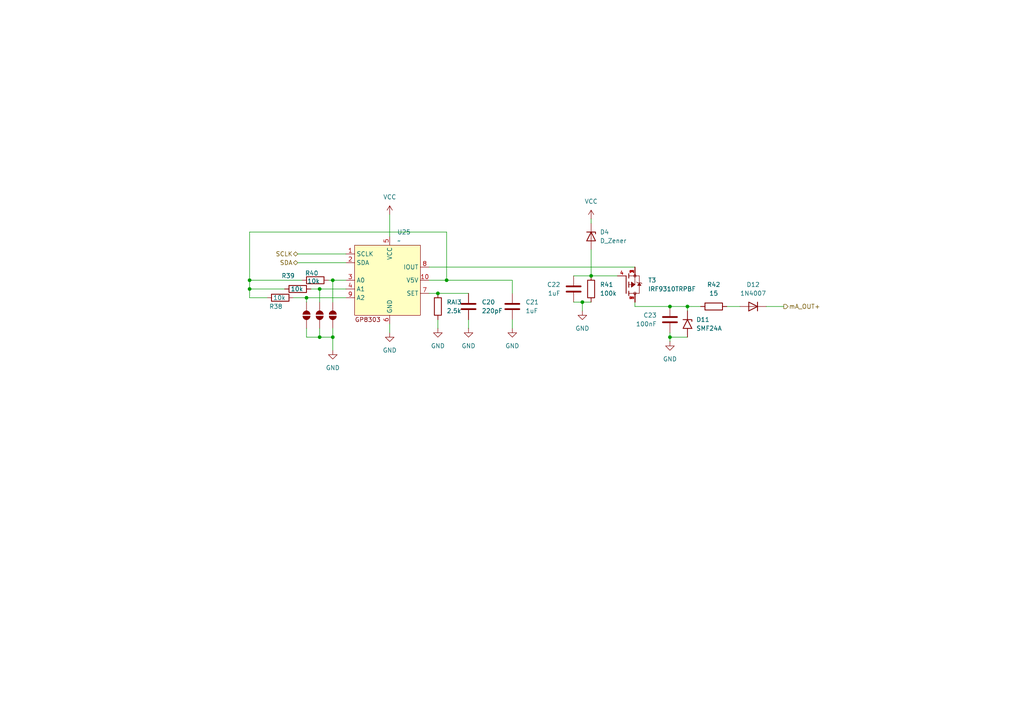
<source format=kicad_sch>
(kicad_sch (version 20250114) (generator "eeschema") (generator_version "9.0")
  (paper "A4")
  (lib_symbols
    (symbol "Device:C" (pin_numbers (hide yes)) (pin_names (offset 0.254))
      (property "Reference" "C" (at 0.635 2.54 0))
      (property "Value" "C" (at 0.635 -2.54 0))
      (symbol "C_0_1"
        (polyline (pts (xy -2.032 0.762) (xy 2.032 0.762)) (stroke (width 0.508)))
        (polyline (pts (xy -2.032 -0.762) (xy 2.032 -0.762)) (stroke (width 0.508)))
      )
      (symbol "C_1_1"
        (pin passive line (at 0 3.81 270) (length 2.794) (name "~") (number "1"))
        (pin passive line (at 0 -3.81 90) (length 2.794) (name "~") (number "2"))
      )
    )
    (symbol "Device:D_Zener" (pin_numbers (hide yes)) (pin_names (offset 1.016) (hide yes))
      (property "Reference" "D" (at 0 2.54 0))
      (property "Value" "D_Zener" (at 0 -2.54 0))
      (symbol "D_Zener_0_1"
        (polyline (pts (xy -1.27 -1.27) (xy -1.27 1.27) (xy -0.762 1.27)) (stroke (width 0.254)))
        (polyline (pts (xy 1.27 0) (xy -1.27 0)))
        (polyline (pts (xy 1.27 -1.27) (xy 1.27 1.27) (xy -1.27 0) (xy 1.27 -1.27)) (stroke (width 0.254)))
      )
      (symbol "D_Zener_1_1"
        (pin passive line (at -3.81 0 0) (length 2.54) (name "K") (number "1"))
        (pin passive line (at 3.81 0 180) (length 2.54) (name "A") (number "2"))
      )
    )
    (symbol "Device:R" (pin_numbers (hide yes)) (pin_names (offset 0))
      (property "Reference" "R" (at 2.032 0 90))
      (property "Value" "R" (at 0 0 90))
      (symbol "R_0_1"
        (rectangle (start -1.016 -2.54) (end 1.016 2.54) (stroke (width 0.254)))
      )
      (symbol "R_1_1"
        (pin passive line (at 0 3.81 270) (length 1.27) (name "~") (number "1"))
        (pin passive line (at 0 -3.81 90) (length 1.27) (name "~") (number "2"))
      )
    )
    (symbol "Diode:1N4007" (pin_numbers (hide yes)) (pin_names (hide yes))
      (property "Reference" "D" (at 0 2.54 0))
      (property "Value" "1N4007" (at 0 -2.54 0))
      (symbol "1N4007_0_1"
        (polyline (pts (xy -1.27 1.27) (xy -1.27 -1.27)) (stroke (width 0.254)))
        (polyline (pts (xy 1.27 1.27) (xy 1.27 -1.27) (xy -1.27 0) (xy 1.27 1.27)) (stroke (width 0.254)))
        (polyline (pts (xy 1.27 0) (xy -1.27 0)))
      )
      (symbol "1N4007_1_1"
        (pin passive line (at -3.81 0 0) (length 2.54) (name "K") (number "1"))
        (pin passive line (at 3.81 0 180) (length 2.54) (name "A") (number "2"))
      )
    )
    (symbol "Diode:SMF24A" (pin_numbers (hide yes)) (pin_names (offset 1.016) (hide yes))
      (property "Reference" "D" (at 0 2.54 0))
      (property "Value" "SMF24A" (at 0 -2.54 0))
      (symbol "SMF24A_0_1"
        (polyline (pts (xy -0.762 1.27) (xy -1.27 1.27) (xy -1.27 -1.27)) (stroke (width 0.254)))
        (polyline (pts (xy 1.27 1.27) (xy 1.27 -1.27) (xy -1.27 0) (xy 1.27 1.27)) (stroke (width 0.254)))
      )
      (symbol "SMF24A_1_1"
        (pin passive line (at -3.81 0 0) (length 2.54) (name "A1") (number "1"))
        (pin passive line (at 3.81 0 180) (length 2.54) (name "A2") (number "2"))
      )
    )
    (symbol "Jumper:SolderJumper_2_Open" (pin_numbers (hide yes)) (pin_names (offset 0) (hide yes)) (in_bom no)
      (property "Reference" "JP" (at 0 2.032 0))
      (property "Value" "SolderJumper_2_Open" (at 0 -2.54 0))
      (symbol "SolderJumper_2_Open_0_1"
        (polyline (pts (xy -0.254 1.016) (xy -0.254 -1.016)))
        (arc (start -0.254 -1.016) (mid -1.2656 0) (end -0.254 1.016))
        (arc (start -0.254 -1.016) (mid -1.2656 0) (end -0.254 1.016) (fill (type outline)))
        (arc (start 0.254 1.016) (mid 1.2656 0) (end 0.254 -1.016))
        (arc (start 0.254 1.016) (mid 1.2656 0) (end 0.254 -1.016) (fill (type outline)))
        (polyline (pts (xy 0.254 1.016) (xy 0.254 -1.016)))
      )
      (symbol "SolderJumper_2_Open_1_1"
        (pin passive line (at -3.81 0 0) (length 2.54) (name "A") (number "1"))
        (pin passive line (at 3.81 0 180) (length 2.54) (name "B") (number "2"))
      )
    )
    (symbol "Riqi_Parts:GP8303"
      (property "Reference" "U" (at 0 0 0))
      (symbol "GP8303_1_1"
        (rectangle (start -1.27 -1.27) (end 17.78 -21.59) (fill (type background)))
        (text "GP8303" (at 2.54 -22.86 0) (effects (font (size 1.27 1.27))))
        (pin input line (at -3.81 -3.81 0) (length 2.54) (name "SCLK") (number "1"))
        (pin input line (at -3.81 -6.35 0) (length 2.54) (name "SDA") (number "2"))
        (pin input line (at -3.81 -11.43 0) (length 2.54) (name "A0") (number "3"))
        (pin input line (at -3.81 -13.97 0) (length 2.54) (name "A1") (number "4"))
        (pin input line (at -3.81 -16.51 0) (length 2.54) (name "A2") (number "9"))
        (pin input line (at 8.89 1.27 270) (length 2.54) (name "VCC") (number "5"))
        (pin input line (at 8.89 -24.13 90) (length 2.54) (name "GND") (number "6"))
        (pin output line (at 20.32 -7.62 180) (length 2.54) (name "IOUT") (number "8"))
        (pin output line (at 20.32 -11.43 180) (length 2.54) (name "V5V") (number "10"))
        (pin output line (at 20.32 -15.24 180) (length 2.54) (name "SET") (number "7"))
      )
    )
    (symbol "Riqi_Parts:IRF9310TRPBF" (pin_names (offset 1.016))
      (property "Reference" "T" (at -6.35 -1.27 0))
      (property "Value" "IRF9310TRPBF" (at -6.35 -3.81 0))
      (symbol "IRF9310TRPBF_0_0"
        (polyline (pts (xy 0 -2.54) (xy 0 2.54)) (stroke (width 0.254)))
        (polyline (pts (xy 0.762 2.54) (xy 0.762 3.175)) (stroke (width 0.254)))
        (polyline (pts (xy 0.762 1.905) (xy 0.762 2.54)) (stroke (width 0.254)))
        (polyline (pts (xy 0.762 0) (xy 0.762 0.762)) (stroke (width 0.254)))
        (polyline (pts (xy 0.762 0) (xy 2.54 0)) (stroke (width 0.1524)))
        (polyline (pts (xy 0.762 -0.762) (xy 0.762 0)) (stroke (width 0.254)))
        (polyline (pts (xy 0.762 -2.54) (xy 0.762 -1.905)) (stroke (width 0.254)))
        (polyline (pts (xy 0.762 -2.54) (xy 3.81 -2.54)) (stroke (width 0.1524)))
        (polyline (pts (xy 0.762 -3.175) (xy 0.762 -2.54)) (stroke (width 0.254)))
        (polyline (pts (xy 2.54 2.54) (xy 0.762 2.54)) (stroke (width 0.1524)))
        (polyline (pts (xy 2.54 2.54) (xy 3.81 2.54)) (stroke (width 0.1524)))
        (circle (center 2.54 2.54) (radius 0.3592))
        (polyline (pts (xy 2.54 0) (xy 2.54 2.54)) (stroke (width 0.1524)))
        (polyline (pts (xy 2.54 0) (xy 1.524 0.762) (xy 1.524 -0.762) (xy 2.54 0)) (stroke (width 0.1524)) (fill (type outline)))
        (circle (center 2.54 -2.54) (radius 0.3592))
        (polyline (pts (xy 3.048 0.762) (xy 3.302 0.508)) (stroke (width 0.1524)))
        (polyline (pts (xy 3.302 0.508) (xy 3.81 0.508)) (stroke (width 0.1524)))
        (polyline (pts (xy 3.81 0.508) (xy 3.81 2.54)) (stroke (width 0.1524)))
        (polyline (pts (xy 3.81 0.508) (xy 4.318 0.508)) (stroke (width 0.1524)))
        (polyline (pts (xy 3.81 0.508) (xy 4.318 -0.254) (xy 3.302 -0.254) (xy 3.81 0.508)) (stroke (width 0.1524)) (fill (type outline)))
        (polyline (pts (xy 3.81 -2.54) (xy 3.81 0.508)) (stroke (width 0.1524)))
        (polyline (pts (xy 4.318 0.508) (xy 4.572 0.254)) (stroke (width 0.1524)))
        (pin passive line (at -2.54 2.54 0) (length 2.54) (name "~") (number "4"))
        (pin passive line (at 2.54 5.08 270) (length 2.54) (name "~") (number "1"))
        (pin passive line (at 2.54 5.08 270) (length 2.54) (name "~") (number "2"))
        (pin passive line (at 2.54 5.08 270) (length 2.54) (name "~") (number "3"))
        (pin passive line (at 2.54 -5.08 90) (length 2.54) (name "~") (number "5"))
        (pin passive line (at 2.54 -5.08 90) (length 2.54) (name "~") (number "6"))
        (pin passive line (at 2.54 -5.08 90) (length 2.54) (name "~") (number "7"))
        (pin passive line (at 2.54 -5.08 90) (length 2.54) (name "~") (number "8"))
      )
    )
    (symbol "power:GND" (power) (pin_numbers (hide yes)) (pin_names (offset 0) (hide yes))
      (property "Value" "GND" (at 0 -3.81 0))
      (symbol "GND_0_1"
        (polyline (pts (xy 0 0) (xy 0 -1.27) (xy 1.27 -1.27) (xy 0 -2.54) (xy -1.27 -1.27) (xy 0 -1.27)))
      )
      (symbol "GND_1_1"
        (pin power_in line (at 0 0 270) (length 0) (name "~") (number "1"))
      )
    )
    (symbol "power:VCC" (power) (pin_numbers (hide yes)) (pin_names (offset 0) (hide yes))
      (property "Value" "VCC" (at 0 3.556 0))
      (symbol "VCC_0_1"
        (polyline (pts (xy -0.762 1.27) (xy 0 2.54)))
        (polyline (pts (xy 0 2.54) (xy 0.762 1.27)))
        (polyline (pts (xy 0 0) (xy 0 2.54)))
      )
      (symbol "VCC_1_1"
        (pin power_in line (at 0 0 90) (length 0) (name "~") (number "1"))
      )
    )
  )
  (junction (at 96.52 81.28))
  (junction (at 127 85.09))
  (junction (at 199.39 88.9))
  (junction (at 168.91 87.63))
  (junction (at 92.71 97.79))
  (junction (at 194.31 88.9))
  (junction (at 92.71 83.82))
  (junction (at 194.31 97.79))
  (junction (at 171.45 80.01))
  (junction (at 96.52 97.79))
  (junction (at 129.54 81.28))
  (junction (at 72.39 83.82))
  (junction (at 72.39 81.28))
  (junction (at 88.9 86.36))
  (wire (pts (xy 113.03 93.98) (xy 113.03 96.52)))
  (wire (pts (xy 95.25 81.28) (xy 96.52 81.28)))
  (wire (pts (xy 171.45 63.5) (xy 171.45 64.77)))
  (wire (pts (xy 199.39 88.9) (xy 203.2 88.9)))
  (wire (pts (xy 86.36 76.2) (xy 100.33 76.2)))
  (wire (pts (xy 184.15 88.9) (xy 194.31 88.9)))
  (wire (pts (xy 72.39 83.82) (xy 82.55 83.82)))
  (wire (pts (xy 222.25 88.9) (xy 227.33 88.9)))
  (wire (pts (xy 129.54 81.28) (xy 129.54 67.31)))
  (wire (pts (xy 124.46 81.28) (xy 129.54 81.28)))
  (wire (pts (xy 127 85.09) (xy 135.89 85.09)))
  (wire (pts (xy 72.39 67.31) (xy 129.54 67.31)))
  (wire (pts (xy 194.31 97.79) (xy 199.39 97.79)))
  (wire (pts (xy 96.52 81.28) (xy 96.52 87.63)))
  (wire (pts (xy 113.03 62.23) (xy 113.03 68.58)))
  (wire (pts (xy 124.46 77.47) (xy 184.15 77.47)))
  (wire (pts (xy 166.37 87.63) (xy 168.91 87.63)))
  (wire (pts (xy 135.89 92.71) (xy 135.89 95.25)))
  (wire (pts (xy 92.71 95.25) (xy 92.71 97.79)))
  (wire (pts (xy 194.31 88.9) (xy 199.39 88.9)))
  (wire (pts (xy 184.15 87.63) (xy 184.15 88.9)))
  (wire (pts (xy 92.71 83.82) (xy 92.71 87.63)))
  (wire (pts (xy 171.45 72.39) (xy 171.45 80.01)))
  (wire (pts (xy 168.91 87.63) (xy 171.45 87.63)))
  (wire (pts (xy 85.09 86.36) (xy 88.9 86.36)))
  (wire (pts (xy 166.37 80.01) (xy 171.45 80.01)))
  (wire (pts (xy 199.39 88.9) (xy 199.39 90.17)))
  (wire (pts (xy 168.91 87.63) (xy 168.91 90.17)))
  (wire (pts (xy 88.9 86.36) (xy 100.33 86.36)))
  (wire (pts (xy 96.52 97.79) (xy 96.52 101.6)))
  (wire (pts (xy 72.39 81.28) (xy 87.63 81.28)))
  (wire (pts (xy 88.9 86.36) (xy 88.9 87.63)))
  (wire (pts (xy 72.39 67.31) (xy 72.39 81.28)))
  (wire (pts (xy 171.45 80.01) (xy 179.07 80.01)))
  (wire (pts (xy 127 92.71) (xy 127 95.25)))
  (wire (pts (xy 148.59 81.28) (xy 129.54 81.28)))
  (wire (pts (xy 72.39 83.82) (xy 72.39 86.36)))
  (wire (pts (xy 92.71 97.79) (xy 96.52 97.79)))
  (wire (pts (xy 86.36 73.66) (xy 100.33 73.66)))
  (wire (pts (xy 148.59 92.71) (xy 148.59 95.25)))
  (wire (pts (xy 124.46 85.09) (xy 127 85.09)))
  (wire (pts (xy 92.71 83.82) (xy 100.33 83.82)))
  (wire (pts (xy 148.59 85.09) (xy 148.59 81.28)))
  (wire (pts (xy 72.39 81.28) (xy 72.39 83.82)))
  (wire (pts (xy 194.31 97.79) (xy 194.31 99.06)))
  (wire (pts (xy 210.82 88.9) (xy 214.63 88.9)))
  (wire (pts (xy 88.9 97.79) (xy 92.71 97.79)))
  (wire (pts (xy 72.39 86.36) (xy 77.47 86.36)))
  (wire (pts (xy 194.31 96.52) (xy 194.31 97.79)))
  (wire (pts (xy 90.17 83.82) (xy 92.71 83.82)))
  (wire (pts (xy 96.52 81.28) (xy 100.33 81.28)))
  (wire (pts (xy 88.9 95.25) (xy 88.9 97.79)))
  (wire (pts (xy 96.52 95.25) (xy 96.52 97.79)))
  (hierarchical_label "SDA" (shape bidirectional) (at 86.36 76.2 180))
  (hierarchical_label "SCLK" (shape bidirectional) (at 86.36 73.66 180))
  (hierarchical_label "mA_OUT+" (shape output) (at 227.33 88.9 0))
  (symbol (lib_id "power:GND") (at 194.31 99.06 0) (unit 1)
    (property "Reference" "#PWR094" (effects (hide yes)))
    (property "Value" "GND" (at 194.31 104.14 0))
    (property "Description" "Power symbol creates a global label with name \"GND\" , ground" (effects (hide yes)))
  )
  (symbol (lib_id "Device:C") (at 148.59 88.9 0) (unit 1)
    (property "Reference" "C21" (at 152.4 87.6299 0) (effects (justify left)))
    (property "Value" "1uF" (at 152.4 90.1699 0) (effects (justify left)))
    (property "Footprint" "Capacitor_SMD:C_0805_2012Metric" (effects (hide yes)))
    (property "Description" "Unpolarized capacitor" (effects (hide yes)))
  )
  (symbol (lib_id "Device:R") (at 171.45 83.82 0) (unit 1)
    (property "Reference" "R41" (at 173.99 82.5499 0) (effects (justify left)))
    (property "Value" "100k" (at 173.99 85.0899 0) (effects (justify left)))
    (property "Footprint" "Resistor_SMD:R_0201_0603Metric" (effects (hide yes)))
    (property "Description" "Resistor" (effects (hide yes)))
  )
  (symbol (lib_id "power:GND") (at 148.59 95.25 0) (unit 1)
    (property "Reference" "#PWR091" (effects (hide yes)))
    (property "Value" "GND" (at 148.59 100.33 0))
    (property "Description" "Power symbol creates a global label with name \"GND\" , ground" (effects (hide yes)))
  )
  (symbol (lib_id "Device:D_Zener") (at 171.45 68.58 270) (unit 1)
    (property "Reference" "D4" (at 173.99 67.3099 90) (effects (justify left)))
    (property "Value" "D_Zener" (at 173.99 69.8499 90) (effects (justify left)))
    (property "Footprint" "Diode_SMD:D_0603_1608Metric" (effects (hide yes)))
    (property "Description" "Zener diode" (effects (hide yes)))
  )
  (symbol (lib_id "Riqi_Parts:IRF9310TRPBF") (at 181.61 82.55 0) (unit 1)
    (property "Reference" "T3" (at 187.96 81.2799 0) (effects (justify left)))
    (property "Value" "IRF9310TRPBF" (at 187.96 83.8199 0) (effects (justify left)))
    (property "Footprint" "Package_SO:SOIC-8_5.3x5.3mm_P1.27mm" (effects (hide yes)))
    (property "STATUS" "OK - Barboule" (effects (hide yes)))
    (property "MF" "Infineon Technologies" (effects (hide yes)))
    (property "Description_1" "IRF9310TRPBF P-channel MOSFET Transistor, 20 A, 30 V, 8-Pin SOIC | Infineon IRF9310TRPBF" (effects (hide yes)))
    (property "Package" "SO-8 Infineon Technologies" (effects (hide yes)))
    (property "Price" "None" (effects (hide yes)))
    (property "Check_prices" "https://www.snapeda.com/parts/IRF9310TRPBF/Infineon/view-part/?ref=eda" (effects (hide yes)))
    (property "SnapEDA_Link" "https://www.snapeda.com/parts/IRF9310TRPBF/Infineon/view-part/?ref=snap" (effects (hide yes)))
    (property "MP" "IRF9310TRPBF" (effects (hide yes)))
    (property "ERECA" "non géré" (effects (hide yes)))
    (property "Availability" "In Stock" (effects (hide yes)))
    (property "FABRICANT" "Infineon Technologies" (effects (hide yes)))
  )
  (symbol (lib_id "Diode:1N4007") (at 218.44 88.9 180) (unit 1)
    (property "Reference" "D12" (at 218.44 82.55 0))
    (property "Value" "1N4007" (at 218.44 85.09 0))
    (property "Footprint" "Diode_SMD:D_0603_1608Metric_Pad1.05x0.95mm_HandSolder" (effects (hide yes)))
    (property "Datasheet" "http://www.vishay.com/docs/88503/1n4001.pdf" (effects (hide yes)))
    (property "Description" "1000V 1A General Purpose Rectifier Diode, DO-41" (effects (hide yes)))
    (property "Sim.Device" "D" (effects (hide yes)))
    (property "Sim.Pins" "1=K 2=A" (effects (hide yes)))
  )
  (symbol (lib_id "power:GND") (at 135.89 95.25 0) (unit 1)
    (property "Reference" "#PWR090" (effects (hide yes)))
    (property "Value" "GND" (at 135.89 100.33 0))
    (property "Description" "Power symbol creates a global label with name \"GND\" , ground" (effects (hide yes)))
  )
  (symbol (lib_id "power:VCC") (at 171.45 63.5 0) (unit 1)
    (property "Reference" "#PWR093" (effects (hide yes)))
    (property "Value" "VCC" (at 171.45 58.42 0))
    (property "Description" "Power symbol creates a global label with name \"VCC\"" (effects (hide yes)))
  )
  (symbol (lib_id "Jumper:SolderJumper_2_Open") (at 96.52 91.44 90) (unit 1) (in_bom no)
    (property "Reference" "JP9" (effects (hide yes)))
    (property "Value" "SolderJumper_2_Open" (effects (hide yes)))
    (property "Footprint" "Jumper:SolderJumper-2_P1.3mm_Open_TrianglePad1.0x1.5mm" (effects (hide yes)))
    (property "Description" "Solder Jumper, 2-pole, open" (effects (hide yes)))
  )
  (symbol (lib_id "Jumper:SolderJumper_2_Open") (at 92.71 91.44 90) (unit 1) (in_bom no)
    (property "Reference" "JP8" (effects (hide yes)))
    (property "Value" "SolderJumper_2_Open" (effects (hide yes)))
    (property "Footprint" "Jumper:SolderJumper-2_P1.3mm_Open_TrianglePad1.0x1.5mm" (effects (hide yes)))
    (property "Description" "Solder Jumper, 2-pole, open" (effects (hide yes)))
  )
  (symbol (lib_id "Device:C") (at 194.31 92.71 0) (mirror y) (unit 1)
    (property "Reference" "C23" (at 190.5 91.4399 0) (effects (justify left)))
    (property "Value" "100nF" (at 190.5 93.9799 0) (effects (justify left)))
    (property "Footprint" "Capacitor_SMD:C_0805_2012Metric" (effects (hide yes)))
    (property "Description" "Unpolarized capacitor" (effects (hide yes)))
  )
  (symbol (lib_id "power:GND") (at 113.03 96.52 0) (unit 1)
    (property "Reference" "#PWR088" (effects (hide yes)))
    (property "Value" "GND" (at 113.03 101.6 0))
    (property "Description" "Power symbol creates a global label with name \"GND\" , ground" (effects (hide yes)))
  )
  (symbol (lib_id "power:GND") (at 96.52 101.6 0) (unit 1)
    (property "Reference" "#PWR039" (effects (hide yes)))
    (property "Value" "GND" (at 96.52 106.68 0))
    (property "Description" "Power symbol creates a global label with name \"GND\" , ground" (effects (hide yes)))
  )
  (symbol (lib_id "Diode:SMF24A") (at 199.39 93.98 270) (unit 1)
    (property "Reference" "D11" (at 201.93 92.7099 90) (effects (justify left)))
    (property "Value" "SMF24A" (at 201.93 95.2499 90) (effects (justify left)))
    (property "Footprint" "Diode_SMD:D_SMF" (effects (hide yes)))
    (property "Datasheet" "https://www.vishay.com/doc?85881" (effects (hide yes)))
    (property "Description" "200W unidirectional Transil Transient Voltage Suppressor, 24Vrwm, SMF" (effects (hide yes)))
  )
  (symbol (lib_id "power:VCC") (at 113.03 62.23 0) (unit 1)
    (property "Reference" "#PWR087" (effects (hide yes)))
    (property "Value" "VCC" (at 113.03 57.15 0))
    (property "Description" "Power symbol creates a global label with name \"VCC\"" (effects (hide yes)))
  )
  (symbol (lib_id "Device:R") (at 81.28 86.36 90) (unit 1)
    (property "Reference" "R38" (at 80.01 88.9 90))
    (property "Value" "10k" (at 81.026 86.36 90))
    (property "Footprint" "Resistor_SMD:R_0201_0603Metric" (effects (hide yes)))
    (property "Description" "Resistor" (effects (hide yes)))
  )
  (symbol (lib_id "Device:R") (at 207.01 88.9 90) (unit 1)
    (property "Reference" "R42" (at 207.01 82.55 90))
    (property "Value" "15" (at 207.01 85.09 90))
    (property "Footprint" "Resistor_SMD:R_0201_0603Metric" (effects (hide yes)))
    (property "Description" "Resistor" (effects (hide yes)))
  )
  (symbol (lib_id "Jumper:SolderJumper_2_Open") (at 88.9 91.44 90) (unit 1) (in_bom no)
    (property "Reference" "JP7" (effects (hide yes)))
    (property "Value" "SolderJumper_2_Open" (effects (hide yes)))
    (property "Footprint" "Jumper:SolderJumper-2_P1.3mm_Open_TrianglePad1.0x1.5mm" (effects (hide yes)))
    (property "Description" "Solder Jumper, 2-pole, open" (effects (hide yes)))
  )
  (symbol (lib_id "power:GND") (at 127 95.25 0) (unit 1)
    (property "Reference" "#PWR089" (effects (hide yes)))
    (property "Value" "GND" (at 127 100.33 0))
    (property "Description" "Power symbol creates a global label with name \"GND\" , ground" (effects (hide yes)))
  )
  (symbol (lib_id "power:GND") (at 168.91 90.17 0) (unit 1)
    (property "Reference" "#PWR092" (effects (hide yes)))
    (property "Value" "GND" (at 168.91 95.25 0))
    (property "Description" "Power symbol creates a global label with name \"GND\" , ground" (effects (hide yes)))
  )
  (symbol (lib_id "Device:C") (at 166.37 83.82 0) (mirror y) (unit 1)
    (property "Reference" "C22" (at 162.56 82.5499 0) (effects (justify left)))
    (property "Value" "1uF" (at 162.56 85.0899 0) (effects (justify left)))
    (property "Footprint" "Capacitor_SMD:C_0805_2012Metric" (effects (hide yes)))
    (property "Description" "Unpolarized capacitor" (effects (hide yes)))
  )
  (symbol (lib_id "Riqi_Parts:GP8303") (at 104.14 69.85 0) (unit 1)
    (property "Reference" "U25" (at 115.1733 67.31 0) (effects (justify left)))
    (property "Value" "~" (at 115.1733 69.85 0) (effects (justify left)))
    (property "Footprint" "Package_SO:SSOP-10-1EP_3.9x4.9mm_P1mm_EP2.1x3.3mm" (effects (hide yes)))
    (property "Datasheet" "https://lcsc.com/datasheet/lcsc_datasheet_2410121459_Guestgood-GP8303-TC50-EW_C3445809.pdf" (effects (hide yes)))
  )
  (symbol (lib_id "Device:R") (at 127 88.9 0) (unit 1)
    (property "Reference" "RAI3" (at 129.54 87.6299 0) (effects (justify left)))
    (property "Value" "2.5k" (at 129.54 90.1699 0) (effects (justify left)))
    (property "Footprint" "Resistor_SMD:R_0201_0603Metric" (effects (hide yes)))
    (property "Description" "Resistor" (effects (hide yes)))
  )
  (symbol (lib_id "Device:C") (at 135.89 88.9 0) (unit 1)
    (property "Reference" "C20" (at 139.7 87.6299 0) (effects (justify left)))
    (property "Value" "220pF" (at 139.7 90.1699 0) (effects (justify left)))
    (property "Footprint" "Capacitor_SMD:C_0805_2012Metric" (effects (hide yes)))
    (property "Description" "Unpolarized capacitor" (effects (hide yes)))
  )
  (symbol (lib_id "Device:R") (at 86.36 83.82 90) (unit 1)
    (property "Reference" "R39" (at 83.566 80.01 90))
    (property "Value" "10k" (at 86.106 83.82 90))
    (property "Footprint" "Resistor_SMD:R_0201_0603Metric" (effects (hide yes)))
    (property "Description" "Resistor" (effects (hide yes)))
  )
  (symbol (lib_id "Device:R") (at 91.44 81.28 90) (unit 1)
    (property "Reference" "R40" (at 90.424 79.248 90))
    (property "Value" "10k" (at 90.932 81.534 90))
    (property "Footprint" "Resistor_SMD:R_0201_0603Metric" (effects (hide yes)))
    (property "Description" "Resistor" (effects (hide yes)))
  )
)
</source>
